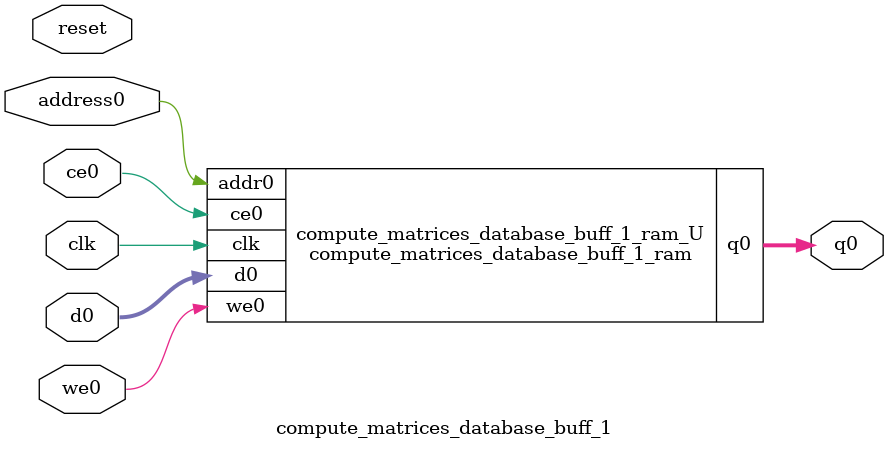
<source format=v>
`timescale 1 ns / 1 ps
module compute_matrices_database_buff_1_ram (addr0, ce0, d0, we0, q0,  clk);

parameter DWIDTH = 8;
parameter AWIDTH = 1;
parameter MEM_SIZE = 2;

input[AWIDTH-1:0] addr0;
input ce0;
input[DWIDTH-1:0] d0;
input we0;
output reg[DWIDTH-1:0] q0;
input clk;

(* ram_style = "block" *)reg [DWIDTH-1:0] ram0[0:MEM_SIZE-1];



always @(posedge clk)  
begin 
    if (ce0) begin
        if (we0) 
            ram0[addr0] <= d0; 
        q0 <= ram0[addr0];
    end
end


endmodule

`timescale 1 ns / 1 ps
module compute_matrices_database_buff_1(
    reset,
    clk,
    address0,
    ce0,
    we0,
    d0,
    q0);

parameter DataWidth = 32'd8;
parameter AddressRange = 32'd2;
parameter AddressWidth = 32'd1;
input reset;
input clk;
input[AddressWidth - 1:0] address0;
input ce0;
input we0;
input[DataWidth - 1:0] d0;
output[DataWidth - 1:0] q0;



compute_matrices_database_buff_1_ram compute_matrices_database_buff_1_ram_U(
    .clk( clk ),
    .addr0( address0 ),
    .ce0( ce0 ),
    .we0( we0 ),
    .d0( d0 ),
    .q0( q0 ));

endmodule


</source>
